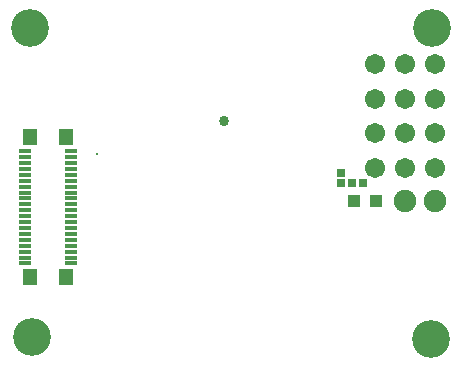
<source format=gbs>
%FSLAX25Y25*%
%MOIN*%
G70*
G01*
G75*
G04 Layer_Color=16711935*
%ADD10C,0.01713*%
%ADD11R,0.01969X0.01969*%
%ADD12R,0.01969X0.01969*%
%ADD13O,0.02756X0.01181*%
%ADD14O,0.01181X0.02756*%
%ADD15R,0.04724X0.06693*%
%ADD16R,0.03543X0.03150*%
%ADD17R,0.03150X0.03543*%
%ADD18R,0.03937X0.07874*%
%ADD19R,0.02362X0.01969*%
%ADD20R,0.06693X0.03150*%
%ADD21C,0.00787*%
%ADD22R,0.18504X0.18504*%
%ADD23R,0.04134X0.04134*%
%ADD24R,0.08858X0.04134*%
%ADD25O,0.06693X0.02165*%
%ADD26R,0.06693X0.05906*%
%ADD27O,0.00787X0.01969*%
%ADD28O,0.01969X0.00787*%
%ADD29R,0.01969X0.01378*%
%ADD30C,0.01969*%
%ADD31C,0.01000*%
%ADD32C,0.00787*%
%ADD33C,0.02362*%
%ADD34C,0.01575*%
%ADD35C,0.05906*%
%ADD36C,0.06693*%
%ADD37C,0.01772*%
%ADD38C,0.02598*%
%ADD39C,0.02362*%
%ADD40C,0.11811*%
%ADD41R,0.04724X0.05315*%
%ADD42R,0.03937X0.01378*%
%ADD43C,0.02756*%
%ADD44R,0.04000X0.09500*%
%ADD45C,0.00394*%
%ADD46C,0.01181*%
%ADD47C,0.00984*%
%ADD48C,0.00472*%
%ADD49C,0.00591*%
%ADD50C,0.00709*%
%ADD51C,0.00276*%
%ADD52R,0.02769X0.02769*%
%ADD53R,0.02769X0.02769*%
%ADD54O,0.03150X0.01575*%
%ADD55O,0.01575X0.03150*%
%ADD56R,0.05118X0.07087*%
%ADD57R,0.04343X0.03950*%
%ADD58R,0.03950X0.04343*%
%ADD59R,0.04737X0.08674*%
%ADD60R,0.03162X0.02769*%
%ADD61R,0.07493X0.03950*%
%ADD62C,0.01339*%
%ADD63R,0.19304X0.19304*%
%ADD64R,0.04934X0.04934*%
%ADD65R,0.09658X0.04934*%
%ADD66O,0.07493X0.02965*%
%ADD67R,0.07087X0.06299*%
%ADD68O,0.01181X0.02362*%
%ADD69O,0.02362X0.01181*%
%ADD70R,0.02598X0.02008*%
%ADD71C,0.00800*%
%ADD72C,0.06706*%
%ADD73C,0.07493*%
%ADD74C,0.12611*%
%ADD75R,0.05039X0.05630*%
%ADD76R,0.04252X0.01693*%
%ADD77C,0.03398*%
D52*
X114220Y59500D02*
D03*
X117764D02*
D03*
D53*
X110500Y62779D02*
D03*
Y59236D02*
D03*
D57*
X115000Y53500D02*
D03*
X122087D02*
D03*
D71*
X29200Y68984D02*
D03*
D72*
X122000Y99000D02*
D03*
X132000D02*
D03*
X142000D02*
D03*
X122000Y87500D02*
D03*
X132000D02*
D03*
X142000D02*
D03*
X122000Y76000D02*
D03*
X132000D02*
D03*
X142000D02*
D03*
X122000Y64500D02*
D03*
X132000D02*
D03*
X142000D02*
D03*
D73*
Y53300D02*
D03*
X132000D02*
D03*
D74*
X7580Y8074D02*
D03*
X140651Y7287D02*
D03*
X6891Y111224D02*
D03*
X140848D02*
D03*
D75*
X18801Y74609D02*
D03*
X6990D02*
D03*
Y28054D02*
D03*
X18801D02*
D03*
D76*
X20671Y32582D02*
D03*
Y34550D02*
D03*
Y36519D02*
D03*
Y38487D02*
D03*
Y40456D02*
D03*
Y42424D02*
D03*
Y44393D02*
D03*
Y46361D02*
D03*
Y48330D02*
D03*
Y50298D02*
D03*
Y52267D02*
D03*
Y54235D02*
D03*
Y56204D02*
D03*
Y58172D02*
D03*
Y60141D02*
D03*
Y62109D02*
D03*
Y64078D02*
D03*
Y66046D02*
D03*
Y68015D02*
D03*
Y69984D02*
D03*
X5120Y69984D02*
D03*
Y68015D02*
D03*
Y66047D02*
D03*
Y64078D02*
D03*
Y62110D02*
D03*
Y60141D02*
D03*
Y58172D02*
D03*
Y56204D02*
D03*
Y54235D02*
D03*
Y52267D02*
D03*
Y50298D02*
D03*
Y48330D02*
D03*
Y46361D02*
D03*
Y44393D02*
D03*
Y42424D02*
D03*
Y40456D02*
D03*
Y38487D02*
D03*
Y36519D02*
D03*
Y34550D02*
D03*
Y32582D02*
D03*
Y34550D02*
D03*
D77*
X71500Y79900D02*
D03*
M02*

</source>
